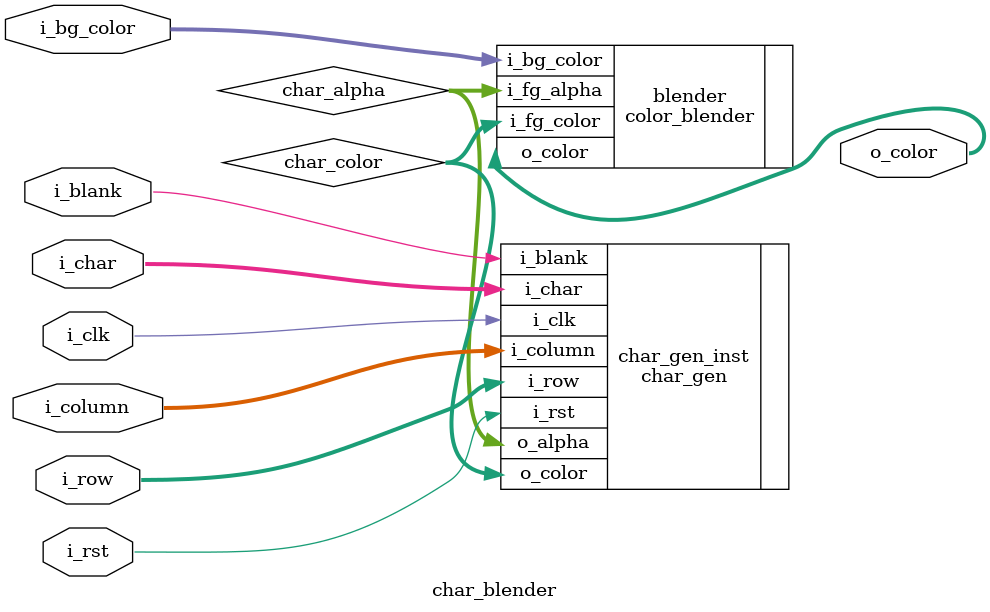
<source format=v>
/*
 * char_blender.v
 *
 * This module blends a single pixel of a character with the background color
 * and outputs the resulting color. The character pixel is based on the given
 * row and column within the character cell.
 *
 * Copyright (C) 2024 Curtis Whitley
 * License: APACHE
 */

`default_nettype none

module char_blender (
	input  wire i_clk,
	input  wire	i_rst,
	input  wire i_blank,
	input  wire [7:0] i_char,
	input  wire [2:0] i_column,
	input  wire [2:0] i_row,
    input  wire [11:0] i_bg_color,
	output wire [11:0] o_color
);

    wire [2:0] char_alpha;
    wire [11:0] char_color;

    char_gen char_gen_inst (
        .i_clk(i_clk),
        .i_rst(i_rst),
        .i_blank(i_blank),
        .i_char(i_char),
        .i_column(i_column),
        .i_row(i_row),
        .o_alpha(char_alpha),
        .o_color(char_color)
    );

    color_blender blender (
        .i_bg_color(i_bg_color),
        .i_fg_color(char_color),
        .i_fg_alpha(char_alpha),
        .o_color(o_color)
    );

endmodule

</source>
